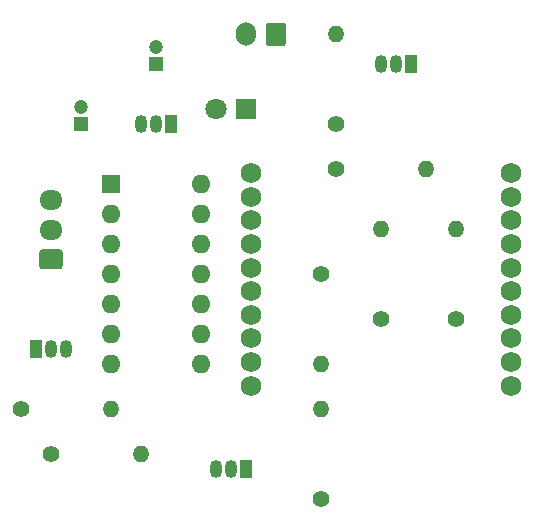
<source format=gbr>
%TF.GenerationSoftware,KiCad,Pcbnew,(5.1.12)-1*%
%TF.CreationDate,2021-12-04T12:05:45+01:00*%
%TF.ProjectId,touch-zigbee,746f7563-682d-47a6-9967-6265652e6b69,rev?*%
%TF.SameCoordinates,Original*%
%TF.FileFunction,Soldermask,Top*%
%TF.FilePolarity,Negative*%
%FSLAX46Y46*%
G04 Gerber Fmt 4.6, Leading zero omitted, Abs format (unit mm)*
G04 Created by KiCad (PCBNEW (5.1.12)-1) date 2021-12-04 12:05:45*
%MOMM*%
%LPD*%
G01*
G04 APERTURE LIST*
%ADD10O,1.050000X1.500000*%
%ADD11R,1.050000X1.500000*%
%ADD12C,1.200000*%
%ADD13R,1.200000X1.200000*%
%ADD14O,1.950000X1.700000*%
%ADD15R,1.800000X1.800000*%
%ADD16C,1.800000*%
%ADD17O,1.700000X2.000000*%
%ADD18C,1.400000*%
%ADD19O,1.400000X1.400000*%
%ADD20C,1.727200*%
%ADD21R,1.600000X1.600000*%
%ADD22O,1.600000X1.600000*%
G04 APERTURE END LIST*
D10*
%TO.C,Q1*%
X107950000Y-132080000D03*
X106680000Y-132080000D03*
D11*
X109220000Y-132080000D03*
%TD*%
%TO.C,U1*%
X102870000Y-102870000D03*
D10*
X100330000Y-102870000D03*
X101600000Y-102870000D03*
%TD*%
%TO.C,Q2*%
X92710000Y-121920000D03*
X93980000Y-121920000D03*
D11*
X91440000Y-121920000D03*
%TD*%
D12*
%TO.C,C1*%
X101600000Y-96290000D03*
D13*
X101600000Y-97790000D03*
%TD*%
%TO.C,C2*%
X95250000Y-102870000D03*
D12*
X95250000Y-101370000D03*
%TD*%
%TO.C,Capacitive_Sensor_CJMCU-1010*%
G36*
G01*
X93435000Y-115150000D02*
X91985000Y-115150000D01*
G75*
G02*
X91735000Y-114900000I0J250000D01*
G01*
X91735000Y-113700000D01*
G75*
G02*
X91985000Y-113450000I250000J0D01*
G01*
X93435000Y-113450000D01*
G75*
G02*
X93685000Y-113700000I0J-250000D01*
G01*
X93685000Y-114900000D01*
G75*
G02*
X93435000Y-115150000I-250000J0D01*
G01*
G37*
D14*
X92710000Y-111800000D03*
X92710000Y-109300000D03*
%TD*%
D15*
%TO.C,D1*%
X109220000Y-101600000D03*
D16*
X106680000Y-101600000D03*
%TD*%
%TO.C,Power1*%
G36*
G01*
X112610000Y-94500000D02*
X112610000Y-96000000D01*
G75*
G02*
X112360000Y-96250000I-250000J0D01*
G01*
X111160000Y-96250000D01*
G75*
G02*
X110910000Y-96000000I0J250000D01*
G01*
X110910000Y-94500000D01*
G75*
G02*
X111160000Y-94250000I250000J0D01*
G01*
X112360000Y-94250000D01*
G75*
G02*
X112610000Y-94500000I0J-250000D01*
G01*
G37*
D17*
X109260000Y-95250000D03*
%TD*%
D10*
%TO.C,Q3*%
X121920000Y-97790000D03*
X120650000Y-97790000D03*
D11*
X123190000Y-97790000D03*
%TD*%
D18*
%TO.C,R1*%
X127000000Y-119380000D03*
D19*
X127000000Y-111760000D03*
%TD*%
%TO.C,R2*%
X120650000Y-111760000D03*
D18*
X120650000Y-119380000D03*
%TD*%
%TO.C,R3*%
X116840000Y-106680000D03*
D19*
X124460000Y-106680000D03*
%TD*%
D18*
%TO.C,R4*%
X115570000Y-134620000D03*
D19*
X115570000Y-127000000D03*
%TD*%
D18*
%TO.C,R5*%
X90170000Y-127000000D03*
D19*
X97790000Y-127000000D03*
%TD*%
%TO.C,R6*%
X115570000Y-123190000D03*
D18*
X115570000Y-115570000D03*
%TD*%
D19*
%TO.C,R7*%
X100330000Y-130810000D03*
D18*
X92710000Y-130810000D03*
%TD*%
D20*
%TO.C,JP1*%
X109651800Y-107000040D03*
X109651800Y-109001560D03*
X109651800Y-111000540D03*
X109651800Y-113002060D03*
X109651800Y-115001040D03*
X109651800Y-117000020D03*
X109651800Y-119001540D03*
X109651800Y-121000520D03*
X109651800Y-123002040D03*
X109651800Y-125001020D03*
X131648200Y-125001020D03*
X131648200Y-123002040D03*
X131648200Y-121000520D03*
X131648200Y-119001540D03*
X131648200Y-117000020D03*
X131648200Y-115001040D03*
X131648200Y-113002060D03*
X131648200Y-111000540D03*
X131648200Y-109001560D03*
X131648200Y-107000040D03*
%TD*%
D21*
%TO.C,U3*%
X97790000Y-107950000D03*
D22*
X105410000Y-123190000D03*
X97790000Y-110490000D03*
X105410000Y-120650000D03*
X97790000Y-113030000D03*
X105410000Y-118110000D03*
X97790000Y-115570000D03*
X105410000Y-115570000D03*
X97790000Y-118110000D03*
X105410000Y-113030000D03*
X97790000Y-120650000D03*
X105410000Y-110490000D03*
X97790000Y-123190000D03*
X105410000Y-107950000D03*
%TD*%
D18*
%TO.C,150ohm1*%
X116840000Y-102870000D03*
D19*
X116840000Y-95250000D03*
%TD*%
M02*

</source>
